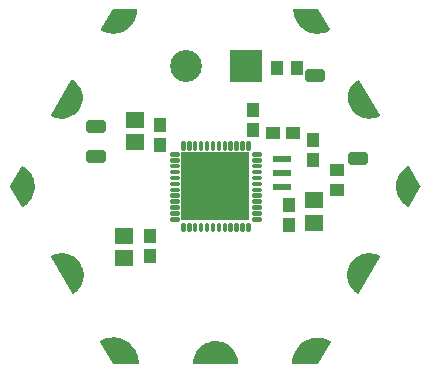
<source format=gbr>
G04 EAGLE Gerber RS-274X export*
G75*
%MOMM*%
%FSLAX34Y34*%
%LPD*%
%INSoldermask Bottom*%
%IPPOS*%
%AMOC8*
5,1,8,0,0,1.08239X$1,22.5*%
G01*
%ADD10R,1.101600X1.201600*%
%ADD11R,1.601600X1.401600*%
%ADD12C,0.225016*%
%ADD13R,5.801588X5.801588*%
%ADD14R,1.501597X0.501600*%
%ADD15R,1.201600X1.101600*%
%ADD16C,0.605878*%
%ADD17C,1.101597*%
%ADD18C,2.701600*%
%ADD19R,2.701600X2.701600*%

G36*
X191682Y-498D02*
X191682Y-498D01*
X191776Y-486D01*
X191792Y-478D01*
X191810Y-475D01*
X191891Y-427D01*
X191975Y-384D01*
X191988Y-370D01*
X192004Y-361D01*
X192063Y-288D01*
X192127Y-218D01*
X192134Y-201D01*
X192145Y-187D01*
X192175Y-98D01*
X192211Y-10D01*
X192212Y10D01*
X192217Y26D01*
X192216Y76D01*
X192222Y177D01*
X191932Y3397D01*
X191925Y3421D01*
X191925Y3422D01*
X191925Y3423D01*
X191921Y3436D01*
X191916Y3492D01*
X191446Y5402D01*
X191431Y5435D01*
X191420Y5483D01*
X190580Y7613D01*
X190571Y7628D01*
X190564Y7649D01*
X189824Y9229D01*
X189805Y9256D01*
X189787Y9297D01*
X188857Y10777D01*
X188836Y10801D01*
X188814Y10838D01*
X187744Y12168D01*
X187737Y12174D01*
X187731Y12183D01*
X186521Y13593D01*
X186487Y13621D01*
X186445Y13668D01*
X184515Y15268D01*
X184486Y15285D01*
X184452Y15314D01*
X181752Y17044D01*
X181707Y17063D01*
X181636Y17103D01*
X179536Y17903D01*
X179516Y17906D01*
X179494Y17917D01*
X177644Y18477D01*
X177607Y18481D01*
X177560Y18496D01*
X174730Y18946D01*
X174688Y18946D01*
X174630Y18954D01*
X172370Y18954D01*
X172347Y18950D01*
X172317Y18952D01*
X170527Y18802D01*
X170498Y18794D01*
X170459Y18793D01*
X168549Y18423D01*
X168514Y18409D01*
X168463Y18399D01*
X166613Y17759D01*
X166601Y17753D01*
X166584Y17749D01*
X164714Y16999D01*
X164684Y16980D01*
X164640Y16964D01*
X162960Y16024D01*
X162935Y16003D01*
X162896Y15982D01*
X161296Y14812D01*
X161275Y14790D01*
X161243Y14769D01*
X159543Y13219D01*
X159520Y13189D01*
X159482Y13155D01*
X157962Y11325D01*
X157948Y11300D01*
X157923Y11272D01*
X156613Y9312D01*
X156600Y9283D01*
X156575Y9248D01*
X155715Y7558D01*
X155703Y7520D01*
X155679Y7472D01*
X154809Y4882D01*
X154803Y4845D01*
X154787Y4798D01*
X154417Y2838D01*
X154416Y2805D01*
X154407Y2764D01*
X154403Y2700D01*
X154386Y2620D01*
X154367Y2534D01*
X154307Y1664D01*
X154308Y1661D01*
X154307Y1659D01*
X154217Y189D01*
X154227Y105D01*
X154229Y20D01*
X154240Y-6D01*
X154243Y-34D01*
X154282Y-109D01*
X154313Y-188D01*
X154332Y-209D01*
X154345Y-234D01*
X154407Y-291D01*
X154465Y-354D01*
X154490Y-367D01*
X154510Y-386D01*
X154589Y-418D01*
X154664Y-456D01*
X154695Y-461D01*
X154718Y-470D01*
X154768Y-472D01*
X154849Y-484D01*
X191589Y-514D01*
X191682Y-498D01*
G37*
G36*
X52324Y59082D02*
X52324Y59082D01*
X52404Y59090D01*
X52438Y59105D01*
X52466Y59111D01*
X52506Y59136D01*
X52575Y59168D01*
X53255Y59608D01*
X53261Y59614D01*
X53271Y59619D01*
X54961Y60789D01*
X54989Y60816D01*
X55034Y60847D01*
X56454Y62177D01*
X56474Y62205D01*
X56510Y62237D01*
X58280Y64387D01*
X58294Y64413D01*
X58320Y64442D01*
X59160Y65722D01*
X59165Y65734D01*
X59167Y65736D01*
X59171Y65748D01*
X59174Y65754D01*
X59200Y65793D01*
X59920Y67273D01*
X59924Y67285D01*
X59932Y67299D01*
X60662Y68989D01*
X60672Y69030D01*
X60695Y69085D01*
X61205Y71115D01*
X61207Y71141D01*
X61217Y71172D01*
X61577Y73472D01*
X61576Y73515D01*
X61584Y73577D01*
X61554Y76247D01*
X61548Y76280D01*
X61549Y76325D01*
X61259Y78465D01*
X61249Y78495D01*
X61245Y78536D01*
X60695Y80706D01*
X60679Y80740D01*
X60667Y80790D01*
X59617Y83360D01*
X59601Y83385D01*
X59588Y83422D01*
X58748Y84972D01*
X58723Y85004D01*
X58695Y85053D01*
X57405Y86753D01*
X57381Y86776D01*
X57356Y86811D01*
X55606Y88621D01*
X55578Y88641D01*
X55547Y88675D01*
X54027Y89895D01*
X54000Y89909D01*
X53969Y89936D01*
X52309Y90986D01*
X52277Y90999D01*
X52239Y91024D01*
X50169Y91994D01*
X50152Y91999D01*
X50133Y92010D01*
X48763Y92550D01*
X48727Y92557D01*
X48681Y92576D01*
X46801Y93036D01*
X46776Y93038D01*
X46746Y93047D01*
X45376Y93257D01*
X45358Y93256D01*
X45335Y93262D01*
X43845Y93392D01*
X43819Y93389D01*
X43786Y93394D01*
X42326Y93384D01*
X42302Y93380D01*
X42272Y93382D01*
X41082Y93272D01*
X41067Y93268D01*
X41048Y93268D01*
X39678Y93068D01*
X39651Y93058D01*
X39613Y93054D01*
X38363Y92734D01*
X38351Y92729D01*
X38335Y92727D01*
X36955Y92307D01*
X36932Y92295D01*
X36898Y92286D01*
X35468Y91696D01*
X35467Y91695D01*
X35465Y91695D01*
X33985Y91075D01*
X33892Y91015D01*
X33800Y90956D01*
X33798Y90954D01*
X33797Y90953D01*
X33731Y90865D01*
X33664Y90777D01*
X33664Y90775D01*
X33662Y90773D01*
X33632Y90668D01*
X33600Y90562D01*
X33600Y90560D01*
X33599Y90558D01*
X33607Y90449D01*
X33614Y90338D01*
X33615Y90336D01*
X33615Y90334D01*
X33661Y90234D01*
X33706Y90133D01*
X33707Y90132D01*
X33708Y90130D01*
X33723Y90115D01*
X51682Y59380D01*
X51734Y59319D01*
X51780Y59253D01*
X51807Y59234D01*
X51828Y59209D01*
X51898Y59170D01*
X51964Y59124D01*
X51995Y59116D01*
X52024Y59100D01*
X52103Y59088D01*
X52181Y59068D01*
X52213Y59071D01*
X52246Y59066D01*
X52324Y59082D01*
G37*
G36*
X294160Y58970D02*
X294160Y58970D01*
X294177Y58968D01*
X294269Y58994D01*
X294363Y59014D01*
X294377Y59023D01*
X294393Y59028D01*
X294471Y59083D01*
X294552Y59135D01*
X294563Y59150D01*
X294576Y59159D01*
X294603Y59200D01*
X294669Y59282D01*
X312579Y90152D01*
X312608Y90232D01*
X312644Y90309D01*
X312646Y90337D01*
X312655Y90363D01*
X312654Y90448D01*
X312661Y90533D01*
X312654Y90559D01*
X312653Y90587D01*
X312623Y90667D01*
X312600Y90749D01*
X312583Y90771D01*
X312574Y90797D01*
X312517Y90861D01*
X312467Y90930D01*
X312442Y90947D01*
X312426Y90966D01*
X312382Y90989D01*
X312314Y91037D01*
X310714Y91837D01*
X310685Y91846D01*
X310651Y91865D01*
X308871Y92525D01*
X308842Y92530D01*
X308806Y92545D01*
X306756Y93065D01*
X306731Y93067D01*
X306700Y93076D01*
X305000Y93346D01*
X304965Y93346D01*
X304918Y93354D01*
X303178Y93404D01*
X303157Y93401D01*
X303129Y93404D01*
X301489Y93324D01*
X301464Y93318D01*
X301432Y93318D01*
X299512Y93048D01*
X299483Y93039D01*
X299444Y93035D01*
X297284Y92485D01*
X297247Y92468D01*
X297192Y92454D01*
X294532Y91324D01*
X294492Y91298D01*
X294424Y91265D01*
X292314Y89835D01*
X292295Y89817D01*
X292266Y89799D01*
X290136Y88039D01*
X290106Y88004D01*
X290054Y87958D01*
X288334Y85908D01*
X288316Y85876D01*
X288284Y85839D01*
X286784Y83469D01*
X286769Y83431D01*
X286738Y83382D01*
X285938Y81532D01*
X285929Y81495D01*
X285908Y81447D01*
X285238Y78987D01*
X285236Y78968D01*
X285229Y78947D01*
X284939Y77527D01*
X284938Y77499D01*
X284929Y77463D01*
X284779Y75953D01*
X284781Y75922D01*
X284776Y75883D01*
X284796Y74173D01*
X284800Y74152D01*
X284798Y74127D01*
X284928Y72587D01*
X284934Y72566D01*
X284934Y72538D01*
X285204Y70888D01*
X285217Y70851D01*
X285225Y70798D01*
X285805Y68968D01*
X285813Y68954D01*
X285817Y68935D01*
X286317Y67615D01*
X286330Y67593D01*
X286341Y67560D01*
X286921Y66380D01*
X286931Y66367D01*
X286938Y66348D01*
X287548Y65268D01*
X287564Y65248D01*
X287579Y65218D01*
X288399Y64038D01*
X288411Y64026D01*
X288422Y64007D01*
X289322Y62867D01*
X289347Y62845D01*
X289374Y62809D01*
X290424Y61769D01*
X290434Y61762D01*
X290444Y61750D01*
X291634Y60670D01*
X291653Y60658D01*
X291674Y60637D01*
X292029Y60365D01*
X292029Y60364D01*
X292840Y59742D01*
X292859Y59723D01*
X293139Y59513D01*
X293183Y59491D01*
X293751Y59084D01*
X293837Y59043D01*
X293921Y58998D01*
X293938Y58995D01*
X293953Y58988D01*
X294049Y58980D01*
X294144Y58966D01*
X294160Y58970D01*
G37*
G36*
X107722Y-499D02*
X107722Y-499D01*
X107806Y-492D01*
X107832Y-480D01*
X107861Y-475D01*
X107933Y-432D01*
X108009Y-396D01*
X108029Y-375D01*
X108054Y-361D01*
X108107Y-295D01*
X108166Y-235D01*
X108177Y-209D01*
X108195Y-187D01*
X108222Y-107D01*
X108256Y-30D01*
X108259Y2D01*
X108267Y26D01*
X108266Y75D01*
X108273Y157D01*
X108163Y2047D01*
X108159Y2065D01*
X108159Y2089D01*
X107829Y4719D01*
X107819Y4752D01*
X107814Y4798D01*
X107314Y6738D01*
X107304Y6760D01*
X107298Y6791D01*
X106808Y8181D01*
X106801Y8194D01*
X106796Y8213D01*
X106336Y9323D01*
X106330Y9332D01*
X106326Y9345D01*
X105766Y10565D01*
X105751Y10587D01*
X105738Y10620D01*
X104968Y11940D01*
X104953Y11957D01*
X104940Y11983D01*
X103900Y13473D01*
X103880Y13493D01*
X103860Y13525D01*
X101880Y15815D01*
X101852Y15838D01*
X101820Y15875D01*
X100540Y17005D01*
X100523Y17015D01*
X100507Y17033D01*
X99167Y18063D01*
X99148Y18073D01*
X99128Y18091D01*
X97678Y19041D01*
X97652Y19052D01*
X97622Y19073D01*
X96062Y19883D01*
X96045Y19888D01*
X96026Y19900D01*
X94416Y20610D01*
X94397Y20615D01*
X94375Y20627D01*
X92655Y21247D01*
X92621Y21252D01*
X92578Y21269D01*
X90688Y21689D01*
X90663Y21690D01*
X90632Y21699D01*
X88192Y22019D01*
X88160Y22017D01*
X88116Y22024D01*
X86156Y22044D01*
X86145Y22042D01*
X86131Y22044D01*
X84771Y22004D01*
X84744Y21998D01*
X84707Y21999D01*
X83117Y21789D01*
X83091Y21781D01*
X83057Y21778D01*
X81027Y21308D01*
X81011Y21301D01*
X80988Y21298D01*
X79248Y20778D01*
X79220Y20763D01*
X79179Y20753D01*
X77109Y19863D01*
X77096Y19854D01*
X77076Y19847D01*
X75616Y19117D01*
X75610Y19112D01*
X75602Y19110D01*
X75452Y18998D01*
X75422Y18968D01*
X75366Y18889D01*
X75307Y18811D01*
X75302Y18797D01*
X75293Y18784D01*
X75269Y18690D01*
X75240Y18597D01*
X75241Y18582D01*
X75238Y18567D01*
X75248Y18470D01*
X75253Y18373D01*
X75259Y18357D01*
X75261Y18344D01*
X75282Y18300D01*
X75323Y18199D01*
X86113Y-191D01*
X86120Y-199D01*
X86123Y-208D01*
X86192Y-284D01*
X86259Y-361D01*
X86268Y-366D01*
X86275Y-374D01*
X86366Y-421D01*
X86455Y-470D01*
X86465Y-472D01*
X86474Y-476D01*
X86660Y-504D01*
X107640Y-514D01*
X107722Y-499D01*
G37*
G36*
X259753Y-482D02*
X259753Y-482D01*
X259765Y-484D01*
X259863Y-462D01*
X259961Y-445D01*
X259972Y-438D01*
X259984Y-435D01*
X260068Y-381D01*
X260154Y-330D01*
X260162Y-321D01*
X260173Y-314D01*
X260289Y-167D01*
X270759Y17993D01*
X270783Y18060D01*
X270816Y18123D01*
X270821Y18165D01*
X270835Y18204D01*
X270835Y18275D01*
X270843Y18346D01*
X270833Y18387D01*
X270833Y18429D01*
X270808Y18495D01*
X270791Y18564D01*
X270768Y18599D01*
X270753Y18638D01*
X270706Y18692D01*
X270666Y18750D01*
X270628Y18780D01*
X270605Y18807D01*
X270567Y18827D01*
X270518Y18865D01*
X268788Y19825D01*
X268759Y19834D01*
X268725Y19855D01*
X266645Y20725D01*
X266612Y20732D01*
X266572Y20751D01*
X264512Y21331D01*
X264479Y21334D01*
X264437Y21347D01*
X262307Y21677D01*
X262291Y21676D01*
X262271Y21681D01*
X260721Y21831D01*
X260698Y21829D01*
X260670Y21834D01*
X258750Y21864D01*
X258720Y21859D01*
X258680Y21861D01*
X256900Y21691D01*
X256875Y21684D01*
X256841Y21683D01*
X255161Y21363D01*
X255146Y21357D01*
X255125Y21355D01*
X253175Y20865D01*
X253149Y20853D01*
X253113Y20846D01*
X251083Y20106D01*
X251057Y20091D01*
X251019Y20079D01*
X248809Y18989D01*
X248784Y18970D01*
X248746Y18953D01*
X246996Y17823D01*
X246976Y17804D01*
X246946Y17787D01*
X245586Y16707D01*
X245568Y16686D01*
X245539Y16666D01*
X244089Y15266D01*
X244075Y15246D01*
X244051Y15225D01*
X243081Y14105D01*
X243068Y14084D01*
X243046Y14061D01*
X241926Y12511D01*
X241917Y12494D01*
X241901Y12474D01*
X241181Y11314D01*
X241176Y11302D01*
X241166Y11289D01*
X240246Y9639D01*
X240238Y9617D01*
X240222Y9591D01*
X239512Y8021D01*
X239502Y7981D01*
X239478Y7927D01*
X238778Y5357D01*
X238777Y5339D01*
X238769Y5319D01*
X238449Y3779D01*
X238448Y3752D01*
X238439Y3719D01*
X238239Y1879D01*
X238241Y1864D01*
X238237Y1846D01*
X238157Y436D01*
X238159Y420D01*
X238156Y400D01*
X238156Y150D01*
X238167Y85D01*
X238169Y19D01*
X238187Y-24D01*
X238195Y-71D01*
X238229Y-128D01*
X238254Y-188D01*
X238285Y-223D01*
X238310Y-264D01*
X238361Y-306D01*
X238405Y-354D01*
X238447Y-376D01*
X238484Y-405D01*
X238546Y-426D01*
X238605Y-457D01*
X238659Y-465D01*
X238696Y-477D01*
X238736Y-476D01*
X238790Y-484D01*
X259740Y-484D01*
X259753Y-482D01*
G37*
G36*
X304211Y207306D02*
X304211Y207306D01*
X304231Y207310D01*
X304256Y207308D01*
X306046Y207468D01*
X306083Y207478D01*
X306134Y207482D01*
X308234Y207972D01*
X308268Y207987D01*
X308316Y207997D01*
X310516Y208837D01*
X310532Y208847D01*
X310554Y208853D01*
X311864Y209453D01*
X311941Y209507D01*
X312020Y209555D01*
X312032Y209570D01*
X312048Y209581D01*
X312102Y209658D01*
X312159Y209731D01*
X312165Y209750D01*
X312177Y209766D01*
X312200Y209856D01*
X312228Y209945D01*
X312228Y209964D01*
X312233Y209983D01*
X312223Y210076D01*
X312219Y210169D01*
X312211Y210189D01*
X312209Y210206D01*
X312187Y210251D01*
X312151Y210344D01*
X295201Y240134D01*
X295164Y240179D01*
X295135Y240229D01*
X295093Y240264D01*
X295058Y240306D01*
X295007Y240335D01*
X294962Y240372D01*
X294910Y240390D01*
X294863Y240417D01*
X294805Y240427D01*
X294750Y240446D01*
X294695Y240445D01*
X294642Y240454D01*
X294584Y240443D01*
X294526Y240442D01*
X294465Y240420D01*
X294421Y240412D01*
X294392Y240394D01*
X294349Y240378D01*
X294219Y240308D01*
X294201Y240294D01*
X294173Y240281D01*
X292673Y239301D01*
X292650Y239279D01*
X292613Y239256D01*
X290953Y237866D01*
X290932Y237841D01*
X290897Y237814D01*
X289537Y236364D01*
X289517Y236333D01*
X289482Y236296D01*
X288422Y234796D01*
X288413Y234777D01*
X288396Y234757D01*
X287506Y233277D01*
X287494Y233244D01*
X287469Y233204D01*
X286539Y231074D01*
X286530Y231039D01*
X286510Y230995D01*
X285810Y228555D01*
X285806Y228517D01*
X285792Y228467D01*
X285502Y226377D01*
X285503Y226339D01*
X285496Y226287D01*
X285506Y224197D01*
X285511Y224169D01*
X285510Y224131D01*
X285750Y221941D01*
X285759Y221909D01*
X285763Y221863D01*
X286243Y219843D01*
X286254Y219818D01*
X286261Y219782D01*
X286881Y217992D01*
X286899Y217960D01*
X286915Y217913D01*
X287805Y216163D01*
X287824Y216137D01*
X287842Y216099D01*
X288972Y214399D01*
X288997Y214372D01*
X289025Y214330D01*
X290835Y212280D01*
X290862Y212259D01*
X290892Y212223D01*
X292102Y211163D01*
X292119Y211153D01*
X292136Y211135D01*
X293306Y210245D01*
X293334Y210231D01*
X293367Y210204D01*
X294787Y209364D01*
X294814Y209354D01*
X294846Y209333D01*
X296246Y208693D01*
X296272Y208687D01*
X296301Y208671D01*
X298451Y207921D01*
X298484Y207916D01*
X298527Y207900D01*
X300577Y207460D01*
X300608Y207459D01*
X300649Y207449D01*
X302399Y207279D01*
X302430Y207281D01*
X302471Y207276D01*
X304211Y207306D01*
G37*
G36*
X45066Y207356D02*
X45066Y207356D01*
X45103Y207364D01*
X45155Y207366D01*
X47115Y207726D01*
X47142Y207736D01*
X47180Y207742D01*
X49040Y208292D01*
X49066Y208305D01*
X49103Y208314D01*
X51153Y209164D01*
X51180Y209182D01*
X51221Y209197D01*
X52981Y210187D01*
X53014Y210214D01*
X53068Y210246D01*
X54918Y211736D01*
X54931Y211751D01*
X54952Y211765D01*
X56082Y212815D01*
X56104Y212846D01*
X56143Y212881D01*
X57333Y214351D01*
X57347Y214377D01*
X57373Y214406D01*
X58623Y216346D01*
X58634Y216374D01*
X58657Y216405D01*
X59527Y218135D01*
X59536Y218166D01*
X59557Y218204D01*
X60287Y220224D01*
X60293Y220265D01*
X60313Y220321D01*
X60813Y222931D01*
X60813Y222960D01*
X60822Y222998D01*
X60992Y225048D01*
X60988Y225093D01*
X60991Y225161D01*
X60751Y227651D01*
X60744Y227678D01*
X60742Y227715D01*
X60322Y229805D01*
X60308Y229841D01*
X60297Y229895D01*
X59517Y232065D01*
X59498Y232098D01*
X59479Y232149D01*
X58539Y233909D01*
X58520Y233934D01*
X58502Y233971D01*
X57292Y235721D01*
X57279Y235734D01*
X57267Y235754D01*
X56427Y236814D01*
X56409Y236830D01*
X56391Y236856D01*
X55331Y237976D01*
X55306Y237994D01*
X55280Y238024D01*
X54030Y239084D01*
X54005Y239099D01*
X53977Y239124D01*
X52477Y240144D01*
X52381Y240187D01*
X52326Y240213D01*
X52094Y240363D01*
X52017Y240395D01*
X51943Y240434D01*
X51914Y240438D01*
X51887Y240449D01*
X51804Y240453D01*
X51721Y240464D01*
X51692Y240457D01*
X51663Y240458D01*
X51584Y240432D01*
X51502Y240414D01*
X51477Y240398D01*
X51450Y240389D01*
X51384Y240337D01*
X51314Y240291D01*
X51294Y240265D01*
X51274Y240249D01*
X51248Y240207D01*
X51199Y240143D01*
X34269Y210363D01*
X34239Y210280D01*
X34203Y210198D01*
X34202Y210174D01*
X34194Y210152D01*
X34195Y210063D01*
X34190Y209974D01*
X34197Y209952D01*
X34198Y209928D01*
X34230Y209845D01*
X34256Y209760D01*
X34271Y209741D01*
X34279Y209719D01*
X34338Y209652D01*
X34392Y209582D01*
X34414Y209567D01*
X34429Y209551D01*
X34473Y209527D01*
X34548Y209477D01*
X35348Y209097D01*
X35367Y209092D01*
X35389Y209079D01*
X37899Y208099D01*
X37932Y208093D01*
X37972Y208076D01*
X39802Y207606D01*
X39836Y207603D01*
X39881Y207591D01*
X41711Y207361D01*
X41734Y207362D01*
X41762Y207356D01*
X43332Y207286D01*
X43356Y207290D01*
X43386Y207286D01*
X45066Y207356D01*
G37*
G36*
X260038Y279301D02*
X260038Y279301D01*
X260078Y279298D01*
X262568Y279488D01*
X262599Y279496D01*
X262640Y279497D01*
X264710Y279897D01*
X264746Y279911D01*
X264797Y279921D01*
X267547Y280871D01*
X267579Y280888D01*
X267626Y280904D01*
X269926Y282064D01*
X269992Y282114D01*
X270063Y282157D01*
X270081Y282181D01*
X270105Y282199D01*
X270150Y282269D01*
X270201Y282334D01*
X270210Y282362D01*
X270226Y282387D01*
X270244Y282468D01*
X270269Y282548D01*
X270267Y282578D01*
X270274Y282607D01*
X270262Y282689D01*
X270258Y282772D01*
X270246Y282803D01*
X270242Y282829D01*
X270219Y282872D01*
X270190Y282946D01*
X260280Y300166D01*
X260272Y300176D01*
X260267Y300188D01*
X260200Y300261D01*
X260135Y300338D01*
X260124Y300344D01*
X260115Y300354D01*
X260027Y300399D01*
X259940Y300449D01*
X259927Y300451D01*
X259916Y300456D01*
X259731Y300484D01*
X239761Y300504D01*
X239668Y300488D01*
X239575Y300477D01*
X239559Y300468D01*
X239540Y300465D01*
X239459Y300417D01*
X239376Y300375D01*
X239363Y300361D01*
X239346Y300351D01*
X239287Y300278D01*
X239224Y300209D01*
X239217Y300192D01*
X239205Y300177D01*
X239175Y300088D01*
X239140Y300001D01*
X239138Y299980D01*
X239133Y299964D01*
X239134Y299914D01*
X239128Y299814D01*
X239180Y299231D01*
X239179Y299210D01*
X239219Y298790D01*
X239221Y298783D01*
X239399Y296968D01*
X239406Y296943D01*
X239407Y296909D01*
X239797Y294909D01*
X239808Y294882D01*
X239813Y294846D01*
X240523Y292506D01*
X240540Y292473D01*
X240555Y292423D01*
X241375Y290653D01*
X241382Y290643D01*
X241387Y290628D01*
X242307Y288858D01*
X242334Y288823D01*
X242363Y288769D01*
X243793Y286869D01*
X243805Y286858D01*
X243815Y286841D01*
X244725Y285761D01*
X244750Y285740D01*
X244777Y285706D01*
X246417Y284176D01*
X246433Y284166D01*
X246449Y284148D01*
X247799Y283048D01*
X247832Y283030D01*
X247873Y282997D01*
X249913Y281767D01*
X249937Y281757D01*
X249965Y281738D01*
X251505Y280998D01*
X251531Y280991D01*
X251561Y280975D01*
X253871Y280125D01*
X253901Y280120D01*
X253938Y280104D01*
X255758Y279654D01*
X255787Y279652D01*
X255823Y279642D01*
X257693Y279382D01*
X257721Y279383D01*
X257757Y279376D01*
X260007Y279296D01*
X260038Y279301D01*
G37*
G36*
X87787Y279321D02*
X87787Y279321D01*
X87831Y279320D01*
X89861Y279550D01*
X89883Y279556D01*
X89911Y279557D01*
X91611Y279887D01*
X91640Y279899D01*
X91682Y279906D01*
X94642Y280846D01*
X94682Y280867D01*
X94746Y280889D01*
X97036Y282099D01*
X97058Y282117D01*
X97091Y282132D01*
X99541Y283762D01*
X99573Y283792D01*
X99624Y283828D01*
X101934Y285998D01*
X101960Y286033D01*
X102006Y286077D01*
X103696Y288307D01*
X103709Y288334D01*
X103734Y288364D01*
X105054Y290564D01*
X105067Y290598D01*
X105094Y290642D01*
X106094Y292992D01*
X106102Y293030D01*
X106124Y293081D01*
X106814Y295751D01*
X106816Y295783D01*
X106828Y295824D01*
X107068Y297574D01*
X107068Y297592D01*
X107073Y297614D01*
X107233Y299834D01*
X107223Y299923D01*
X107221Y300011D01*
X107211Y300033D01*
X107209Y300058D01*
X107169Y300137D01*
X107136Y300219D01*
X107120Y300237D01*
X107109Y300258D01*
X107044Y300319D01*
X106984Y300384D01*
X106963Y300395D01*
X106945Y300412D01*
X106864Y300446D01*
X106785Y300487D01*
X106758Y300491D01*
X106739Y300499D01*
X106688Y300501D01*
X106599Y300514D01*
X86649Y300494D01*
X86635Y300492D01*
X86620Y300494D01*
X86524Y300472D01*
X86429Y300454D01*
X86416Y300447D01*
X86401Y300443D01*
X86319Y300390D01*
X86236Y300340D01*
X86226Y300328D01*
X86213Y300320D01*
X86098Y300172D01*
X76298Y282852D01*
X76279Y282798D01*
X76251Y282747D01*
X76242Y282693D01*
X76224Y282641D01*
X76225Y282583D01*
X76216Y282526D01*
X76227Y282472D01*
X76228Y282416D01*
X76249Y282363D01*
X76261Y282306D01*
X76290Y282259D01*
X76310Y282207D01*
X76349Y282164D01*
X76379Y282115D01*
X76430Y282073D01*
X76460Y282040D01*
X76489Y282025D01*
X76524Y281996D01*
X76724Y281876D01*
X76743Y281869D01*
X76763Y281854D01*
X77533Y281464D01*
X77557Y281457D01*
X77583Y281442D01*
X79543Y280652D01*
X79559Y280649D01*
X79576Y280639D01*
X81286Y280059D01*
X81312Y280056D01*
X81343Y280043D01*
X83573Y279513D01*
X83613Y279511D01*
X83668Y279498D01*
X85628Y279338D01*
X85649Y279340D01*
X85674Y279336D01*
X87754Y279316D01*
X87787Y279321D01*
G37*
G36*
X9870Y132513D02*
X9870Y132513D01*
X9962Y132526D01*
X9982Y132535D01*
X9999Y132539D01*
X10042Y132565D01*
X10130Y132608D01*
X11254Y133383D01*
X12637Y134289D01*
X12670Y134320D01*
X12723Y134357D01*
X14753Y136257D01*
X14780Y136293D01*
X14827Y136339D01*
X16247Y138229D01*
X16250Y138236D01*
X16257Y138242D01*
X17587Y140112D01*
X17607Y140155D01*
X17647Y140216D01*
X18677Y142466D01*
X18686Y142501D01*
X18707Y142547D01*
X19657Y145697D01*
X19661Y145731D01*
X19676Y145775D01*
X20056Y148045D01*
X20055Y148075D01*
X20063Y148113D01*
X20193Y150363D01*
X20188Y150402D01*
X20192Y150457D01*
X19922Y153437D01*
X19911Y153475D01*
X19907Y153528D01*
X19377Y155738D01*
X19359Y155778D01*
X19343Y155839D01*
X17923Y159169D01*
X17906Y159195D01*
X17891Y159235D01*
X16851Y161055D01*
X16824Y161087D01*
X16794Y161138D01*
X14734Y163698D01*
X14702Y163725D01*
X14663Y163772D01*
X13123Y165152D01*
X13107Y165162D01*
X13091Y165180D01*
X11351Y166540D01*
X11324Y166554D01*
X11295Y166579D01*
X10145Y167293D01*
X10122Y167319D01*
X10097Y167332D01*
X10077Y167351D01*
X9999Y167384D01*
X9924Y167424D01*
X9896Y167428D01*
X9870Y167439D01*
X9786Y167442D01*
X9702Y167454D01*
X9674Y167447D01*
X9646Y167449D01*
X9565Y167423D01*
X9483Y167404D01*
X9459Y167389D01*
X9432Y167380D01*
X9330Y167305D01*
X9295Y167282D01*
X9289Y167274D01*
X9282Y167268D01*
X9272Y167258D01*
X9257Y167237D01*
X9237Y167221D01*
X9207Y167170D01*
X9179Y167134D01*
X9151Y167086D01*
X9143Y167074D01*
X9142Y167070D01*
X-401Y150334D01*
X-404Y150326D01*
X-410Y150319D01*
X-442Y150220D01*
X-476Y150123D01*
X-476Y150114D01*
X-479Y150105D01*
X-474Y150001D01*
X-472Y149898D01*
X-469Y149890D01*
X-469Y149881D01*
X-401Y149706D01*
X9219Y132816D01*
X9278Y132745D01*
X9333Y132670D01*
X9350Y132659D01*
X9363Y132644D01*
X9443Y132598D01*
X9521Y132547D01*
X9540Y132542D01*
X9557Y132532D01*
X9649Y132517D01*
X9740Y132496D01*
X9759Y132499D01*
X9779Y132496D01*
X9870Y132513D01*
G37*
G36*
X336742Y132574D02*
X336742Y132574D01*
X336776Y132573D01*
X336851Y132599D01*
X336928Y132616D01*
X336956Y132635D01*
X336988Y132646D01*
X337049Y132696D01*
X337116Y132739D01*
X337139Y132769D01*
X337162Y132788D01*
X337186Y132829D01*
X337231Y132886D01*
X346801Y149706D01*
X346805Y149716D01*
X346811Y149724D01*
X346842Y149821D01*
X346876Y149918D01*
X346876Y149928D01*
X346879Y149937D01*
X346874Y150040D01*
X346872Y150142D01*
X346869Y150151D01*
X346868Y150161D01*
X346800Y150336D01*
X337140Y167146D01*
X337136Y167150D01*
X337135Y167154D01*
X337131Y167158D01*
X337127Y167167D01*
X337060Y167241D01*
X336995Y167318D01*
X336985Y167324D01*
X336976Y167333D01*
X336888Y167379D01*
X336800Y167428D01*
X336788Y167430D01*
X336777Y167436D01*
X336678Y167448D01*
X336579Y167464D01*
X336567Y167462D01*
X336554Y167463D01*
X336371Y167425D01*
X336181Y167355D01*
X336138Y167330D01*
X336044Y167285D01*
X334864Y166485D01*
X334858Y166479D01*
X334847Y166473D01*
X333607Y165573D01*
X333580Y165545D01*
X333537Y165514D01*
X331747Y163764D01*
X331730Y163740D01*
X331701Y163714D01*
X330211Y161914D01*
X330198Y161890D01*
X330174Y161864D01*
X328674Y159634D01*
X328656Y159594D01*
X328622Y159541D01*
X327652Y157391D01*
X327646Y157366D01*
X327631Y157338D01*
X326931Y155318D01*
X326924Y155278D01*
X326906Y155224D01*
X326516Y153084D01*
X326516Y153057D01*
X326508Y153023D01*
X326268Y150173D01*
X326271Y150143D01*
X326266Y150102D01*
X326336Y147612D01*
X326346Y147566D01*
X326351Y147491D01*
X327081Y144241D01*
X327095Y144209D01*
X327104Y144164D01*
X328054Y141544D01*
X328077Y141504D01*
X328104Y141438D01*
X329544Y138998D01*
X329565Y138973D01*
X329585Y138936D01*
X331165Y136856D01*
X331190Y136834D01*
X331216Y136797D01*
X332806Y135167D01*
X332833Y135148D01*
X332864Y135115D01*
X334414Y133875D01*
X334442Y133860D01*
X334474Y133832D01*
X336344Y132662D01*
X336417Y132633D01*
X336487Y132596D01*
X336520Y132591D01*
X336552Y132579D01*
X336631Y132577D01*
X336709Y132566D01*
X336742Y132574D01*
G37*
D10*
X255659Y172488D03*
X255659Y189488D03*
D11*
X256336Y119038D03*
X256336Y138038D03*
D12*
X204817Y176867D02*
X204817Y178133D01*
X210583Y178133D01*
X210583Y176867D01*
X204817Y176867D01*
X204817Y173133D02*
X204817Y171867D01*
X204817Y173133D02*
X210583Y173133D01*
X210583Y171867D01*
X204817Y171867D01*
X204817Y168133D02*
X204817Y166867D01*
X204817Y168133D02*
X210583Y168133D01*
X210583Y166867D01*
X204817Y166867D01*
X204817Y163133D02*
X204817Y161867D01*
X204817Y163133D02*
X210583Y163133D01*
X210583Y161867D01*
X204817Y161867D01*
X204817Y158133D02*
X204817Y156867D01*
X204817Y158133D02*
X210583Y158133D01*
X210583Y156867D01*
X204817Y156867D01*
X204817Y153133D02*
X204817Y151867D01*
X204817Y153133D02*
X210583Y153133D01*
X210583Y151867D01*
X204817Y151867D01*
X204817Y148133D02*
X204817Y146867D01*
X204817Y148133D02*
X210583Y148133D01*
X210583Y146867D01*
X204817Y146867D01*
X204817Y143133D02*
X204817Y141867D01*
X204817Y143133D02*
X210583Y143133D01*
X210583Y141867D01*
X204817Y141867D01*
X204817Y138133D02*
X204817Y136867D01*
X204817Y138133D02*
X210583Y138133D01*
X210583Y136867D01*
X204817Y136867D01*
X204817Y133133D02*
X204817Y131867D01*
X204817Y133133D02*
X210583Y133133D01*
X210583Y131867D01*
X204817Y131867D01*
X204817Y128133D02*
X204817Y126867D01*
X204817Y128133D02*
X210583Y128133D01*
X210583Y126867D01*
X204817Y126867D01*
X204817Y123133D02*
X204817Y121867D01*
X204817Y123133D02*
X210583Y123133D01*
X210583Y121867D01*
X204817Y121867D01*
X201333Y118383D02*
X200067Y118383D01*
X201333Y118383D02*
X201333Y112617D01*
X200067Y112617D01*
X200067Y118383D01*
X200067Y114754D02*
X201333Y114754D01*
X201333Y116891D02*
X200067Y116891D01*
X196333Y118383D02*
X195067Y118383D01*
X196333Y118383D02*
X196333Y112617D01*
X195067Y112617D01*
X195067Y118383D01*
X195067Y114754D02*
X196333Y114754D01*
X196333Y116891D02*
X195067Y116891D01*
X191333Y118383D02*
X190067Y118383D01*
X191333Y118383D02*
X191333Y112617D01*
X190067Y112617D01*
X190067Y118383D01*
X190067Y114754D02*
X191333Y114754D01*
X191333Y116891D02*
X190067Y116891D01*
X186333Y118383D02*
X185067Y118383D01*
X186333Y118383D02*
X186333Y112617D01*
X185067Y112617D01*
X185067Y118383D01*
X185067Y114754D02*
X186333Y114754D01*
X186333Y116891D02*
X185067Y116891D01*
X181333Y118383D02*
X180067Y118383D01*
X181333Y118383D02*
X181333Y112617D01*
X180067Y112617D01*
X180067Y118383D01*
X180067Y114754D02*
X181333Y114754D01*
X181333Y116891D02*
X180067Y116891D01*
X176333Y118383D02*
X175067Y118383D01*
X176333Y118383D02*
X176333Y112617D01*
X175067Y112617D01*
X175067Y118383D01*
X175067Y114754D02*
X176333Y114754D01*
X176333Y116891D02*
X175067Y116891D01*
X171333Y118383D02*
X170067Y118383D01*
X171333Y118383D02*
X171333Y112617D01*
X170067Y112617D01*
X170067Y118383D01*
X170067Y114754D02*
X171333Y114754D01*
X171333Y116891D02*
X170067Y116891D01*
X166333Y118383D02*
X165067Y118383D01*
X166333Y118383D02*
X166333Y112617D01*
X165067Y112617D01*
X165067Y118383D01*
X165067Y114754D02*
X166333Y114754D01*
X166333Y116891D02*
X165067Y116891D01*
X161333Y118383D02*
X160067Y118383D01*
X161333Y118383D02*
X161333Y112617D01*
X160067Y112617D01*
X160067Y118383D01*
X160067Y114754D02*
X161333Y114754D01*
X161333Y116891D02*
X160067Y116891D01*
X156333Y118383D02*
X155067Y118383D01*
X156333Y118383D02*
X156333Y112617D01*
X155067Y112617D01*
X155067Y118383D01*
X155067Y114754D02*
X156333Y114754D01*
X156333Y116891D02*
X155067Y116891D01*
X151333Y118383D02*
X150067Y118383D01*
X151333Y118383D02*
X151333Y112617D01*
X150067Y112617D01*
X150067Y118383D01*
X150067Y114754D02*
X151333Y114754D01*
X151333Y116891D02*
X150067Y116891D01*
X146333Y118383D02*
X145067Y118383D01*
X146333Y118383D02*
X146333Y112617D01*
X145067Y112617D01*
X145067Y118383D01*
X145067Y114754D02*
X146333Y114754D01*
X146333Y116891D02*
X145067Y116891D01*
X141583Y121867D02*
X141583Y123133D01*
X141583Y121867D02*
X135817Y121867D01*
X135817Y123133D01*
X141583Y123133D01*
X141583Y126867D02*
X141583Y128133D01*
X141583Y126867D02*
X135817Y126867D01*
X135817Y128133D01*
X141583Y128133D01*
X141583Y131867D02*
X141583Y133133D01*
X141583Y131867D02*
X135817Y131867D01*
X135817Y133133D01*
X141583Y133133D01*
X141583Y136867D02*
X141583Y138133D01*
X141583Y136867D02*
X135817Y136867D01*
X135817Y138133D01*
X141583Y138133D01*
X141583Y141867D02*
X141583Y143133D01*
X141583Y141867D02*
X135817Y141867D01*
X135817Y143133D01*
X141583Y143133D01*
X141583Y146867D02*
X141583Y148133D01*
X141583Y146867D02*
X135817Y146867D01*
X135817Y148133D01*
X141583Y148133D01*
X141583Y151867D02*
X141583Y153133D01*
X141583Y151867D02*
X135817Y151867D01*
X135817Y153133D01*
X141583Y153133D01*
X141583Y156867D02*
X141583Y158133D01*
X141583Y156867D02*
X135817Y156867D01*
X135817Y158133D01*
X141583Y158133D01*
X141583Y161867D02*
X141583Y163133D01*
X141583Y161867D02*
X135817Y161867D01*
X135817Y163133D01*
X141583Y163133D01*
X141583Y166867D02*
X141583Y168133D01*
X141583Y166867D02*
X135817Y166867D01*
X135817Y168133D01*
X141583Y168133D01*
X141583Y171867D02*
X141583Y173133D01*
X141583Y171867D02*
X135817Y171867D01*
X135817Y173133D01*
X141583Y173133D01*
X141583Y176867D02*
X141583Y178133D01*
X141583Y176867D02*
X135817Y176867D01*
X135817Y178133D01*
X141583Y178133D01*
X145067Y181617D02*
X146333Y181617D01*
X145067Y181617D02*
X145067Y187383D01*
X146333Y187383D01*
X146333Y181617D01*
X146333Y183754D02*
X145067Y183754D01*
X145067Y185891D02*
X146333Y185891D01*
X150067Y181617D02*
X151333Y181617D01*
X150067Y181617D02*
X150067Y187383D01*
X151333Y187383D01*
X151333Y181617D01*
X151333Y183754D02*
X150067Y183754D01*
X150067Y185891D02*
X151333Y185891D01*
X155067Y181617D02*
X156333Y181617D01*
X155067Y181617D02*
X155067Y187383D01*
X156333Y187383D01*
X156333Y181617D01*
X156333Y183754D02*
X155067Y183754D01*
X155067Y185891D02*
X156333Y185891D01*
X160067Y181617D02*
X161333Y181617D01*
X160067Y181617D02*
X160067Y187383D01*
X161333Y187383D01*
X161333Y181617D01*
X161333Y183754D02*
X160067Y183754D01*
X160067Y185891D02*
X161333Y185891D01*
X165067Y181617D02*
X166333Y181617D01*
X165067Y181617D02*
X165067Y187383D01*
X166333Y187383D01*
X166333Y181617D01*
X166333Y183754D02*
X165067Y183754D01*
X165067Y185891D02*
X166333Y185891D01*
X170067Y181617D02*
X171333Y181617D01*
X170067Y181617D02*
X170067Y187383D01*
X171333Y187383D01*
X171333Y181617D01*
X171333Y183754D02*
X170067Y183754D01*
X170067Y185891D02*
X171333Y185891D01*
X175067Y181617D02*
X176333Y181617D01*
X175067Y181617D02*
X175067Y187383D01*
X176333Y187383D01*
X176333Y181617D01*
X176333Y183754D02*
X175067Y183754D01*
X175067Y185891D02*
X176333Y185891D01*
X180067Y181617D02*
X181333Y181617D01*
X180067Y181617D02*
X180067Y187383D01*
X181333Y187383D01*
X181333Y181617D01*
X181333Y183754D02*
X180067Y183754D01*
X180067Y185891D02*
X181333Y185891D01*
X185067Y181617D02*
X186333Y181617D01*
X185067Y181617D02*
X185067Y187383D01*
X186333Y187383D01*
X186333Y181617D01*
X186333Y183754D02*
X185067Y183754D01*
X185067Y185891D02*
X186333Y185891D01*
X190067Y181617D02*
X191333Y181617D01*
X190067Y181617D02*
X190067Y187383D01*
X191333Y187383D01*
X191333Y181617D01*
X191333Y183754D02*
X190067Y183754D01*
X190067Y185891D02*
X191333Y185891D01*
X195067Y181617D02*
X196333Y181617D01*
X195067Y181617D02*
X195067Y187383D01*
X196333Y187383D01*
X196333Y181617D01*
X196333Y183754D02*
X195067Y183754D01*
X195067Y185891D02*
X196333Y185891D01*
X200067Y181617D02*
X201333Y181617D01*
X200067Y181617D02*
X200067Y187383D01*
X201333Y187383D01*
X201333Y181617D01*
X201333Y183754D02*
X200067Y183754D01*
X200067Y185891D02*
X201333Y185891D01*
D13*
X173200Y150000D03*
D14*
X229774Y173430D03*
X229774Y161430D03*
X229774Y149430D03*
D10*
X224972Y250584D03*
X241972Y250584D03*
D11*
X105382Y187429D03*
X105382Y206429D03*
X95984Y107938D03*
X95984Y88938D03*
D10*
X235684Y117524D03*
X235684Y134524D03*
X126210Y184680D03*
X126210Y201680D03*
X117828Y107700D03*
X117828Y90700D03*
X204950Y197380D03*
X204950Y214380D03*
D15*
X221850Y194958D03*
X238850Y194958D03*
X276578Y164088D03*
X276578Y147088D03*
D16*
X76825Y177879D02*
X65867Y177879D01*
X76825Y177879D02*
X76825Y172921D01*
X65867Y172921D01*
X65867Y177879D01*
X65867Y203279D02*
X76825Y203279D01*
X76825Y198321D01*
X65867Y198321D01*
X65867Y203279D01*
X251541Y246459D02*
X262499Y246459D01*
X262499Y241501D01*
X251541Y241501D01*
X251541Y246459D01*
X288371Y176609D02*
X299329Y176609D01*
X299329Y171651D01*
X288371Y171651D01*
X288371Y176609D01*
D17*
X336500Y149800D03*
X296500Y78800D03*
X255500Y7800D03*
X173500Y7800D03*
X91500Y7800D03*
X49500Y78800D03*
X9500Y149800D03*
X50500Y220800D03*
X91500Y291800D03*
X255500Y292800D03*
X296500Y220800D03*
D18*
X148156Y251794D03*
D19*
X198956Y251794D03*
M02*

</source>
